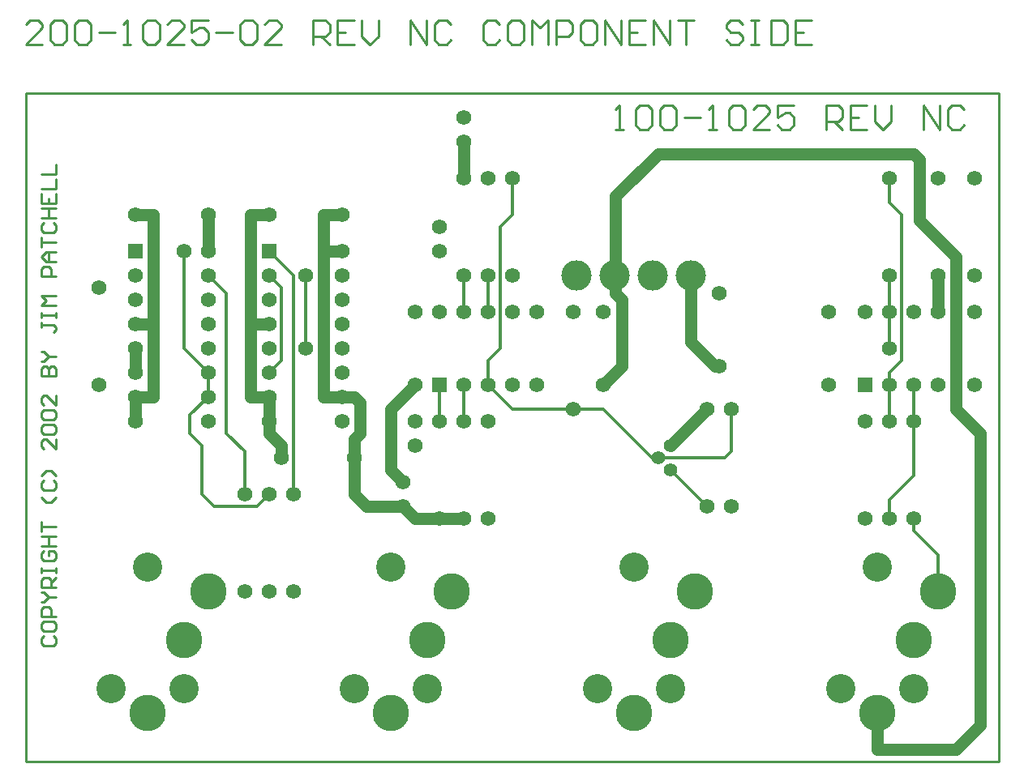
<source format=gtl>
*%FSLAX23Y23*%
*%MOIN*%
G01*
%ADD11C,0.007*%
%ADD12C,0.008*%
%ADD13C,0.010*%
%ADD14C,0.012*%
%ADD15C,0.020*%
%ADD16C,0.032*%
%ADD17C,0.036*%
%ADD18C,0.050*%
%ADD19C,0.052*%
%ADD20C,0.055*%
%ADD21C,0.056*%
%ADD22C,0.060*%
%ADD23C,0.061*%
%ADD24C,0.062*%
%ADD25C,0.068*%
%ADD26C,0.070*%
%ADD27C,0.080*%
%ADD28C,0.090*%
%ADD29C,0.095*%
%ADD30C,0.115*%
%ADD31C,0.120*%
%ADD32C,0.125*%
%ADD33C,0.126*%
%ADD34C,0.131*%
%ADD35C,0.150*%
%ADD36C,0.156*%
%ADD37R,0.062X0.062*%
%ADD38R,0.068X0.068*%
D13*
X8007Y6956D02*
X8017Y6966D01*
X8007Y6956D02*
Y6936D01*
X8017Y6926D01*
X8057D01*
X8067Y6936D01*
Y6956D01*
X8057Y6966D01*
X8007Y6996D02*
Y7016D01*
Y6996D02*
X8017Y6986D01*
X8057D01*
X8067Y6996D01*
Y7016D01*
X8057Y7026D01*
X8017D01*
X8007Y7016D01*
Y7046D02*
X8067D01*
X8007D02*
Y7076D01*
X8017Y7086D01*
X8037D01*
X8047Y7076D01*
Y7046D01*
X8017Y7106D02*
X8007D01*
X8017D02*
X8037Y7126D01*
X8017Y7146D01*
X8007D01*
X8037Y7126D02*
X8067D01*
Y7166D02*
X8007D01*
Y7196D01*
X8017Y7206D01*
X8037D01*
X8047Y7196D01*
Y7166D01*
Y7186D02*
X8067Y7206D01*
X8007Y7226D02*
Y7246D01*
Y7236D01*
X8067D01*
Y7226D01*
Y7246D01*
X8007Y7306D02*
X8017Y7316D01*
X8007Y7306D02*
Y7286D01*
X8017Y7276D01*
X8057D01*
X8067Y7286D01*
Y7306D01*
X8057Y7316D01*
X8037D01*
Y7296D01*
X8007Y7336D02*
X8067D01*
X8037D01*
Y7376D01*
X8007D01*
X8067D01*
X8007Y7396D02*
Y7436D01*
Y7416D01*
X8067D01*
X8047Y7516D02*
X8067Y7536D01*
X8047Y7516D02*
X8027D01*
X8007Y7536D01*
Y7596D02*
X8017Y7606D01*
X8007Y7596D02*
Y7576D01*
X8017Y7566D01*
X8057D01*
X8067Y7576D01*
Y7596D01*
X8057Y7606D01*
X8067Y7626D02*
X8047Y7646D01*
X8027D01*
X8007Y7626D01*
X8067Y7736D02*
Y7776D01*
Y7736D02*
X8027Y7776D01*
X8017D01*
X8007Y7766D01*
Y7746D01*
X8017Y7736D01*
Y7796D02*
X8007Y7806D01*
Y7826D01*
X8017Y7836D01*
X8057D01*
X8067Y7826D01*
Y7806D01*
X8057Y7796D01*
X8017D01*
Y7856D02*
X8007Y7866D01*
Y7886D01*
X8017Y7896D01*
X8057D01*
X8067Y7886D01*
Y7866D01*
X8057Y7856D01*
X8017D01*
X8067Y7916D02*
Y7956D01*
Y7916D02*
X8027Y7956D01*
X8017D01*
X8007Y7946D01*
Y7926D01*
X8017Y7916D01*
X8007Y8036D02*
X8067D01*
Y8066D01*
X8057Y8076D01*
X8047D01*
X8037Y8066D01*
Y8036D01*
X8038D01*
X8037D02*
X8038D01*
X8037D02*
X8038D01*
X8037D02*
Y8066D01*
X8027Y8076D01*
X8017D01*
X8007Y8066D01*
Y8036D01*
Y8096D02*
X8017D01*
X8037Y8116D01*
X8017Y8136D01*
X8007D01*
X8037Y8116D02*
X8067D01*
X8007Y8236D02*
Y8256D01*
Y8246D02*
Y8236D01*
Y8246D02*
X8057D01*
X8067Y8236D01*
Y8226D01*
X8057Y8216D01*
X8007Y8276D02*
Y8296D01*
Y8286D01*
X8067D01*
Y8276D01*
Y8296D01*
Y8326D02*
X8007D01*
X8027Y8346D01*
X8007Y8366D01*
X8067D01*
Y8446D02*
X8007D01*
Y8475D01*
X8017Y8485D01*
X8037D01*
X8047Y8475D01*
Y8446D01*
X8067Y8505D02*
X8027D01*
X8007Y8525D01*
X8027Y8545D01*
X8067D01*
X8037D01*
Y8505D01*
X8007Y8565D02*
Y8605D01*
Y8585D01*
X8067D01*
X8007Y8655D02*
X8017Y8665D01*
X8007Y8655D02*
Y8635D01*
X8017Y8625D01*
X8057D01*
X8067Y8635D01*
Y8655D01*
X8057Y8665D01*
X8067Y8685D02*
X8007D01*
X8037D02*
X8067D01*
X8037D02*
Y8725D01*
X8007D01*
X8067D01*
X8007Y8745D02*
Y8785D01*
Y8745D02*
X8067D01*
Y8785D01*
X8037Y8765D02*
Y8745D01*
X8007Y8805D02*
X8067D01*
Y8845D01*
Y8865D02*
X8007D01*
X8067D02*
Y8905D01*
X10367Y9051D02*
X10400D01*
X10384D01*
Y9151D01*
X10385D01*
X10384D02*
X10367Y9134D01*
X10450D02*
X10467Y9151D01*
X10500D01*
X10517Y9134D01*
Y9068D01*
X10500Y9051D01*
X10467D01*
X10450Y9068D01*
Y9134D01*
X10550D02*
X10567Y9151D01*
X10600D01*
X10617Y9134D01*
Y9068D01*
X10600Y9051D01*
X10567D01*
X10550Y9068D01*
Y9134D01*
X10650Y9101D02*
X10717D01*
X10750Y9051D02*
X10784D01*
X10767D01*
Y9151D01*
X10768D01*
X10767D02*
X10750Y9134D01*
X10834D02*
X10850Y9151D01*
X10884D01*
X10900Y9134D01*
Y9068D01*
X10884Y9051D01*
X10850D01*
X10834Y9068D01*
Y9134D01*
X10933Y9051D02*
X11000D01*
X10933D02*
X11000Y9118D01*
Y9134D01*
X10983Y9151D01*
X10950D01*
X10933Y9134D01*
X11033Y9151D02*
X11100D01*
X11033D02*
Y9101D01*
X11067Y9118D01*
X11083D01*
X11100Y9101D01*
Y9068D01*
X11083Y9051D01*
X11050D01*
X11033Y9068D01*
X11233Y9051D02*
Y9151D01*
X11283D01*
X11300Y9134D01*
Y9101D01*
X11283Y9084D01*
X11233D01*
X11267D02*
X11300Y9051D01*
X11333Y9151D02*
X11400D01*
X11333D02*
Y9051D01*
X11400D01*
X11367Y9101D02*
X11333D01*
X11433Y9084D02*
Y9151D01*
Y9084D02*
X11467Y9051D01*
X11500Y9084D01*
Y9151D01*
X11633D02*
Y9051D01*
X11700D02*
X11633Y9151D01*
X11700D02*
Y9051D01*
X11800Y9134D02*
X11783Y9151D01*
X11750D01*
X11733Y9134D01*
Y9068D01*
X11750Y9051D01*
X11783D01*
X11800Y9068D01*
X8009Y9401D02*
X7942D01*
X8009Y9468D01*
Y9484D01*
X7992Y9501D01*
X7959D01*
X7942Y9484D01*
X8042D02*
X8059Y9501D01*
X8092D01*
X8109Y9484D01*
Y9418D01*
X8092Y9401D01*
X8059D01*
X8042Y9418D01*
Y9484D01*
X8142D02*
X8159Y9501D01*
X8192D01*
X8209Y9484D01*
Y9418D01*
X8192Y9401D01*
X8159D01*
X8142Y9418D01*
Y9484D01*
X8242Y9451D02*
X8309D01*
X8342Y9401D02*
X8375D01*
X8359D01*
Y9501D01*
X8360D01*
X8359D02*
X8342Y9484D01*
X8425D02*
X8442Y9501D01*
X8475D01*
X8492Y9484D01*
Y9418D01*
X8475Y9401D01*
X8442D01*
X8425Y9418D01*
Y9484D01*
X8525Y9401D02*
X8592D01*
X8525D02*
X8592Y9468D01*
Y9484D01*
X8575Y9501D01*
X8542D01*
X8525Y9484D01*
X8625Y9501D02*
X8692D01*
X8625D02*
Y9451D01*
X8658Y9468D01*
X8675D01*
X8692Y9451D01*
Y9418D01*
X8675Y9401D01*
X8642D01*
X8625Y9418D01*
X8725Y9451D02*
X8792D01*
X8825Y9484D02*
X8842Y9501D01*
X8875D01*
X8892Y9484D01*
Y9418D01*
X8875Y9401D01*
X8842D01*
X8825Y9418D01*
Y9484D01*
X8925Y9401D02*
X8992D01*
X8925D02*
X8992Y9468D01*
Y9484D01*
X8975Y9501D01*
X8942D01*
X8925Y9484D01*
X9125Y9501D02*
Y9401D01*
Y9501D02*
X9175D01*
X9192Y9484D01*
Y9451D01*
X9175Y9434D01*
X9125D01*
X9158D02*
X9192Y9401D01*
X9225Y9501D02*
X9292D01*
X9225D02*
Y9401D01*
X9292D01*
X9258Y9451D02*
X9225D01*
X9325Y9434D02*
Y9501D01*
Y9434D02*
X9358Y9401D01*
X9392Y9434D01*
Y9501D01*
X9525D02*
Y9401D01*
X9591D02*
X9525Y9501D01*
X9591D02*
Y9401D01*
X9691Y9484D02*
X9675Y9501D01*
X9641D01*
X9625Y9484D01*
Y9418D01*
X9641Y9401D01*
X9675D01*
X9691Y9418D01*
X9875Y9501D02*
X9891Y9484D01*
X9875Y9501D02*
X9841D01*
X9825Y9484D01*
Y9418D01*
X9841Y9401D01*
X9875D01*
X9891Y9418D01*
X9941Y9501D02*
X9975D01*
X9941D02*
X9925Y9484D01*
Y9418D01*
X9941Y9401D01*
X9975D01*
X9991Y9418D01*
Y9484D01*
X9975Y9501D01*
X10025D02*
Y9401D01*
X10058Y9468D02*
X10025Y9501D01*
X10058Y9468D02*
X10091Y9501D01*
Y9401D01*
X10125D02*
Y9501D01*
X10175D01*
X10191Y9484D01*
Y9451D01*
X10175Y9434D01*
X10125D01*
X10241Y9501D02*
X10275D01*
X10241D02*
X10225Y9484D01*
Y9418D01*
X10241Y9401D01*
X10275D01*
X10291Y9418D01*
Y9484D01*
X10275Y9501D01*
X10325D02*
Y9401D01*
X10391D02*
X10325Y9501D01*
X10391D02*
Y9401D01*
X10425Y9501D02*
X10491D01*
X10425D02*
Y9401D01*
X10491D01*
X10458Y9451D02*
X10425D01*
X10524Y9401D02*
Y9501D01*
X10591Y9401D01*
Y9501D01*
X10624D02*
X10691D01*
X10658D01*
Y9401D01*
X10874Y9501D02*
X10891Y9484D01*
X10874Y9501D02*
X10841D01*
X10824Y9484D01*
Y9468D01*
X10841Y9451D01*
X10874D01*
X10891Y9434D01*
Y9418D01*
X10874Y9401D01*
X10841D01*
X10824Y9418D01*
X10924Y9501D02*
X10958D01*
X10941D01*
Y9401D01*
X10924D01*
X10958D01*
X11008D02*
Y9501D01*
Y9401D02*
X11058D01*
X11074Y9418D01*
Y9484D01*
X11058Y9501D01*
X11008D01*
X11108D02*
X11174D01*
X11108D02*
Y9401D01*
X11174D01*
X11141Y9451D02*
X11108D01*
X11942Y9201D02*
X7942D01*
Y6451D02*
X11942D01*
X7942D02*
Y9201D01*
X11942D02*
Y6451D01*
D14*
X10517Y7701D02*
X10317Y7901D01*
X10592Y7651D02*
X10742Y7501D01*
X8692Y7951D02*
Y8051D01*
X8617Y7876D02*
Y7801D01*
X8667Y7751D02*
Y7551D01*
X8592Y8151D02*
Y8551D01*
X8692Y7951D02*
X8617Y7876D01*
Y7801D02*
X8667Y7751D01*
Y7551D02*
X8717Y7501D01*
X8767Y8376D02*
X8692Y8451D01*
X8592Y8151D02*
X8692Y8051D01*
X8842Y7726D02*
Y7551D01*
X8767Y7801D02*
Y8376D01*
X8942Y7551D02*
X8892Y7501D01*
X8842Y7726D02*
X8767Y7801D01*
X8717Y7501D02*
X8892D01*
X9092Y8151D02*
Y8451D01*
X9042D02*
Y7551D01*
X8992Y8101D02*
Y8401D01*
Y8101D02*
X8942Y8051D01*
X9042Y8451D02*
X8942Y8551D01*
Y8451D02*
X8992Y8401D01*
X10517Y7701D02*
X10542D01*
X10817D01*
X10317Y7901D02*
X10192D01*
X9942D01*
X9642Y7851D02*
Y8001D01*
X9842D02*
Y8101D01*
X9742Y8301D02*
Y8451D01*
X9842D02*
Y8301D01*
X9742Y8001D02*
Y7851D01*
X9842Y8101D02*
X9892Y8151D01*
X9842Y8001D02*
X9942Y7901D01*
Y8701D02*
Y8851D01*
X9892Y8651D02*
Y8151D01*
Y8651D02*
X9942Y8701D01*
X10842Y7901D02*
Y7726D01*
X10817Y7701D01*
X11492Y7526D02*
Y7451D01*
X11592Y7626D02*
Y7851D01*
Y8001D01*
Y7451D02*
Y7401D01*
X11492Y8301D02*
Y8451D01*
Y8301D02*
Y8151D01*
Y8751D02*
Y8851D01*
Y8051D02*
Y8001D01*
Y7851D01*
X11542Y8101D02*
Y8701D01*
X11592Y7626D02*
X11492Y7526D01*
Y8051D02*
X11542Y8101D01*
X11592Y7401D02*
X11692Y7301D01*
X11542Y8701D02*
X11492Y8751D01*
X11692Y7301D02*
Y7151D01*
D18*
X10392Y8076D02*
X10317Y8001D01*
X10367Y8776D02*
X10542Y8951D01*
X11867Y6601D02*
X11767Y6501D01*
X10592Y7751D02*
X10742Y7901D01*
X9542Y8001D02*
X9442Y7901D01*
X9317Y7801D02*
X9292Y7776D01*
X10367Y8376D02*
X10392Y8351D01*
X11592Y8951D02*
X11617Y8926D01*
Y8676D02*
X11767Y8526D01*
Y7901D02*
X11867Y7801D01*
X10776Y8076D02*
X10676Y8176D01*
X9492Y7601D02*
X9442Y7651D01*
X9492Y7501D02*
X9542Y7451D01*
X9342Y7501D02*
X9292Y7551D01*
X9317Y7926D02*
X9292Y7951D01*
X8992Y7751D02*
X8942Y7801D01*
X11442Y6501D02*
X11767D01*
X8392Y8051D02*
Y8151D01*
Y7951D02*
Y7851D01*
X8467Y7951D02*
Y8251D01*
Y8701D01*
X8692D02*
Y8551D01*
X8867Y8701D02*
Y8251D01*
Y7951D01*
X9542Y7451D02*
X9642D01*
X9742D01*
X9492Y7501D02*
X9342D01*
X8942Y7851D02*
Y7951D01*
Y7851D02*
Y7801D01*
X8992Y7751D02*
Y7701D01*
X9167Y7951D02*
Y8551D01*
Y8701D01*
X9242Y7951D02*
X9292D01*
X9242D02*
X9167D01*
X8942D02*
X8867D01*
X8467D02*
X8392D01*
X9442Y7901D02*
Y7651D01*
X9292Y7701D02*
Y7551D01*
Y7701D02*
Y7776D01*
X9317Y7801D02*
Y7926D01*
X10776Y8076D02*
X10792D01*
X8942Y8251D02*
X8867D01*
X8467D02*
X8392D01*
X9742Y8851D02*
Y9001D01*
X9242Y8551D02*
X9167D01*
Y8701D02*
X9242D01*
X8942D02*
X8867D01*
X8467D02*
X8392D01*
X10542Y8951D02*
X11592D01*
X10367Y8451D02*
Y8376D01*
X10392Y8351D02*
Y8076D01*
X10367Y8451D02*
Y8776D01*
X10676Y8451D02*
Y8176D01*
X11442Y6651D02*
Y6501D01*
X11617Y8676D02*
Y8926D01*
X11767Y8526D02*
Y7901D01*
X11692Y8301D02*
Y8451D01*
X11867Y7801D02*
Y6601D01*
D20*
X10592Y7651D02*
D03*
X10542Y7701D02*
D03*
X10592Y7751D02*
D03*
D24*
X11492Y8151D02*
D03*
X9092Y8451D02*
D03*
Y8151D02*
D03*
X8592Y8551D02*
D03*
X11692Y8451D02*
D03*
Y8851D02*
D03*
X11842D02*
D03*
Y8451D02*
D03*
Y8001D02*
D03*
Y8301D02*
D03*
X11492Y8451D02*
D03*
Y8851D02*
D03*
X10792Y8076D02*
D03*
Y8376D02*
D03*
X10317Y8301D02*
D03*
Y8001D02*
D03*
X10842Y7501D02*
D03*
Y7901D02*
D03*
X10742D02*
D03*
Y7501D02*
D03*
X10192Y7901D02*
D03*
Y8301D02*
D03*
X11392Y7851D02*
D03*
Y7451D02*
D03*
X11492D02*
D03*
Y7851D02*
D03*
X11592D02*
D03*
Y7451D02*
D03*
X11242Y8301D02*
D03*
Y8001D02*
D03*
X11592D02*
D03*
X11692D02*
D03*
Y8301D02*
D03*
X11592D02*
D03*
X11492D02*
D03*
X11392D02*
D03*
X11492Y8001D02*
D03*
X9242Y8701D02*
D03*
X8942D02*
D03*
X8692D02*
D03*
X8392D02*
D03*
X9742Y9101D02*
D03*
Y9001D02*
D03*
X9942Y8451D02*
D03*
Y8851D02*
D03*
X9642Y8551D02*
D03*
Y8651D02*
D03*
X8942Y7151D02*
D03*
Y7551D02*
D03*
X9492Y7501D02*
D03*
Y7601D02*
D03*
X9042Y7151D02*
D03*
Y7551D02*
D03*
X8842Y7151D02*
D03*
Y7551D02*
D03*
X9292Y7701D02*
D03*
X8992D02*
D03*
X8942Y8451D02*
D03*
Y8151D02*
D03*
Y8051D02*
D03*
Y7951D02*
D03*
Y7851D02*
D03*
X9242D02*
D03*
Y7951D02*
D03*
Y8051D02*
D03*
Y8151D02*
D03*
Y8251D02*
D03*
Y8351D02*
D03*
Y8451D02*
D03*
Y8551D02*
D03*
X8942Y8351D02*
D03*
Y8251D02*
D03*
X10042Y8001D02*
D03*
Y8301D02*
D03*
X9742Y8851D02*
D03*
Y8451D02*
D03*
X9842Y7451D02*
D03*
Y7851D02*
D03*
X9742Y7451D02*
D03*
Y7851D02*
D03*
X9542Y7751D02*
D03*
Y7851D02*
D03*
X9642Y7451D02*
D03*
Y7851D02*
D03*
X9542Y8301D02*
D03*
Y8001D02*
D03*
X9842D02*
D03*
X9942D02*
D03*
Y8301D02*
D03*
X9842D02*
D03*
X9742D02*
D03*
X9642D02*
D03*
X9742Y8001D02*
D03*
X9842Y8851D02*
D03*
Y8451D02*
D03*
X8392D02*
D03*
Y8151D02*
D03*
Y8051D02*
D03*
Y7951D02*
D03*
Y7851D02*
D03*
X8692D02*
D03*
Y7951D02*
D03*
Y8051D02*
D03*
Y8151D02*
D03*
Y8251D02*
D03*
Y8351D02*
D03*
Y8451D02*
D03*
Y8551D02*
D03*
X8392Y8351D02*
D03*
Y8251D02*
D03*
X8242Y8401D02*
D03*
Y8001D02*
D03*
D31*
X10292Y6751D02*
D03*
X10592D02*
D03*
X10442Y7251D02*
D03*
X11292Y6751D02*
D03*
X11592D02*
D03*
X11442Y7251D02*
D03*
X9292Y6751D02*
D03*
X9592D02*
D03*
X9442Y7251D02*
D03*
X8292Y6751D02*
D03*
X8592D02*
D03*
X8442Y7251D02*
D03*
D32*
X10364Y8451D02*
D03*
X10676D02*
D03*
X10208D02*
D03*
X10520D02*
D03*
D35*
X10692Y7151D02*
D03*
X10592Y6951D02*
D03*
X10442Y6651D02*
D03*
X11692Y7151D02*
D03*
X11592Y6951D02*
D03*
X11442Y6651D02*
D03*
X9692Y7151D02*
D03*
X9592Y6951D02*
D03*
X9442Y6651D02*
D03*
X8692Y7151D02*
D03*
X8592Y6951D02*
D03*
X8442Y6651D02*
D03*
D37*
X11392Y8001D02*
D03*
X8942Y8551D02*
D03*
X9642Y8001D02*
D03*
X8392Y8551D02*
D03*
M02*

</source>
